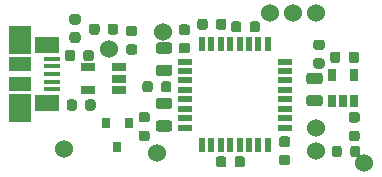
<source format=gbr>
%TF.GenerationSoftware,KiCad,Pcbnew,5.1.9+dfsg1-1*%
%TF.CreationDate,2022-10-17T14:31:48+03:00*%
%TF.ProjectId,SC-STM32L412K8,53432d53-544d-4333-924c-3431324b382e,rev?*%
%TF.SameCoordinates,Original*%
%TF.FileFunction,Soldermask,Top*%
%TF.FilePolarity,Negative*%
%FSLAX46Y46*%
G04 Gerber Fmt 4.6, Leading zero omitted, Abs format (unit mm)*
G04 Created by KiCad (PCBNEW 5.1.9+dfsg1-1) date 2022-10-17 14:31:48*
%MOMM*%
%LPD*%
G01*
G04 APERTURE LIST*
%ADD10C,1.524000*%
%ADD11R,0.800000X0.900000*%
%ADD12R,0.650000X1.060000*%
%ADD13R,1.220000X0.650000*%
%ADD14R,1.900000X1.175000*%
%ADD15R,1.900000X2.375000*%
%ADD16R,2.100000X1.475000*%
%ADD17R,1.380000X0.450000*%
%ADD18R,0.600000X1.200000*%
%ADD19R,1.200000X0.600000*%
G04 APERTURE END LIST*
%TO.C,C17*%
G36*
G01*
X42665460Y-55725000D02*
X42165460Y-55725000D01*
G75*
G02*
X41940460Y-55500000I0J225000D01*
G01*
X41940460Y-55050000D01*
G75*
G02*
X42165460Y-54825000I225000J0D01*
G01*
X42665460Y-54825000D01*
G75*
G02*
X42890460Y-55050000I0J-225000D01*
G01*
X42890460Y-55500000D01*
G75*
G02*
X42665460Y-55725000I-225000J0D01*
G01*
G37*
G36*
G01*
X42665460Y-57275000D02*
X42165460Y-57275000D01*
G75*
G02*
X41940460Y-57050000I0J225000D01*
G01*
X41940460Y-56600000D01*
G75*
G02*
X42165460Y-56375000I225000J0D01*
G01*
X42665460Y-56375000D01*
G75*
G02*
X42890460Y-56600000I0J-225000D01*
G01*
X42890460Y-57050000D01*
G75*
G02*
X42665460Y-57275000I-225000J0D01*
G01*
G37*
%TD*%
%TO.C,C16*%
G36*
G01*
X50650000Y-65850000D02*
X51150000Y-65850000D01*
G75*
G02*
X51375000Y-66075000I0J-225000D01*
G01*
X51375000Y-66525000D01*
G75*
G02*
X51150000Y-66750000I-225000J0D01*
G01*
X50650000Y-66750000D01*
G75*
G02*
X50425000Y-66525000I0J225000D01*
G01*
X50425000Y-66075000D01*
G75*
G02*
X50650000Y-65850000I225000J0D01*
G01*
G37*
G36*
G01*
X50650000Y-64300000D02*
X51150000Y-64300000D01*
G75*
G02*
X51375000Y-64525000I0J-225000D01*
G01*
X51375000Y-64975000D01*
G75*
G02*
X51150000Y-65200000I-225000J0D01*
G01*
X50650000Y-65200000D01*
G75*
G02*
X50425000Y-64975000I0J225000D01*
G01*
X50425000Y-64525000D01*
G75*
G02*
X50650000Y-64300000I225000J0D01*
G01*
G37*
%TD*%
%TO.C,C4*%
G36*
G01*
X32907160Y-55483640D02*
X33407160Y-55483640D01*
G75*
G02*
X33632160Y-55708640I0J-225000D01*
G01*
X33632160Y-56158640D01*
G75*
G02*
X33407160Y-56383640I-225000J0D01*
G01*
X32907160Y-56383640D01*
G75*
G02*
X32682160Y-56158640I0J225000D01*
G01*
X32682160Y-55708640D01*
G75*
G02*
X32907160Y-55483640I225000J0D01*
G01*
G37*
G36*
G01*
X32907160Y-53933640D02*
X33407160Y-53933640D01*
G75*
G02*
X33632160Y-54158640I0J-225000D01*
G01*
X33632160Y-54608640D01*
G75*
G02*
X33407160Y-54833640I-225000J0D01*
G01*
X32907160Y-54833640D01*
G75*
G02*
X32682160Y-54608640I0J225000D01*
G01*
X32682160Y-54158640D01*
G75*
G02*
X32907160Y-53933640I225000J0D01*
G01*
G37*
%TD*%
%TO.C,D7*%
G36*
G01*
X45092100Y-55061830D02*
X45092100Y-54549330D01*
G75*
G02*
X45310850Y-54330580I218750J0D01*
G01*
X45748350Y-54330580D01*
G75*
G02*
X45967100Y-54549330I0J-218750D01*
G01*
X45967100Y-55061830D01*
G75*
G02*
X45748350Y-55280580I-218750J0D01*
G01*
X45310850Y-55280580D01*
G75*
G02*
X45092100Y-55061830I0J218750D01*
G01*
G37*
G36*
G01*
X43517100Y-55061830D02*
X43517100Y-54549330D01*
G75*
G02*
X43735850Y-54330580I218750J0D01*
G01*
X44173350Y-54330580D01*
G75*
G02*
X44392100Y-54549330I0J-218750D01*
G01*
X44392100Y-55061830D01*
G75*
G02*
X44173350Y-55280580I-218750J0D01*
G01*
X43735850Y-55280580D01*
G75*
G02*
X43517100Y-55061830I0J218750D01*
G01*
G37*
%TD*%
%TO.C,D1*%
G36*
G01*
X38208930Y-55814480D02*
X37696430Y-55814480D01*
G75*
G02*
X37477680Y-55595730I0J218750D01*
G01*
X37477680Y-55158230D01*
G75*
G02*
X37696430Y-54939480I218750J0D01*
G01*
X38208930Y-54939480D01*
G75*
G02*
X38427680Y-55158230I0J-218750D01*
G01*
X38427680Y-55595730D01*
G75*
G02*
X38208930Y-55814480I-218750J0D01*
G01*
G37*
G36*
G01*
X38208930Y-57389480D02*
X37696430Y-57389480D01*
G75*
G02*
X37477680Y-57170730I0J218750D01*
G01*
X37477680Y-56733230D01*
G75*
G02*
X37696430Y-56514480I218750J0D01*
G01*
X38208930Y-56514480D01*
G75*
G02*
X38427680Y-56733230I0J-218750D01*
G01*
X38427680Y-57170730D01*
G75*
G02*
X38208930Y-57389480I-218750J0D01*
G01*
G37*
%TD*%
D10*
%TO.C,J15*%
X40132000Y-65699640D03*
%TD*%
%TO.C,J14*%
X32222440Y-65338960D03*
%TD*%
D11*
%TO.C,Q1*%
X36753800Y-65160400D03*
X35803800Y-63160400D03*
X37703800Y-63160400D03*
%TD*%
%TO.C,R20*%
G36*
G01*
X46664360Y-66712810D02*
X46664360Y-66200310D01*
G75*
G02*
X46883110Y-65981560I218750J0D01*
G01*
X47320610Y-65981560D01*
G75*
G02*
X47539360Y-66200310I0J-218750D01*
G01*
X47539360Y-66712810D01*
G75*
G02*
X47320610Y-66931560I-218750J0D01*
G01*
X46883110Y-66931560D01*
G75*
G02*
X46664360Y-66712810I0J218750D01*
G01*
G37*
G36*
G01*
X45089360Y-66712810D02*
X45089360Y-66200310D01*
G75*
G02*
X45308110Y-65981560I218750J0D01*
G01*
X45745610Y-65981560D01*
G75*
G02*
X45964360Y-66200310I0J-218750D01*
G01*
X45964360Y-66712810D01*
G75*
G02*
X45745610Y-66931560I-218750J0D01*
G01*
X45308110Y-66931560D01*
G75*
G02*
X45089360Y-66712810I0J218750D01*
G01*
G37*
%TD*%
D10*
%TO.C,J12*%
X40589200Y-55473600D03*
%TD*%
%TO.C,R16*%
G36*
G01*
X39270650Y-63124600D02*
X38758150Y-63124600D01*
G75*
G02*
X38539400Y-62905850I0J218750D01*
G01*
X38539400Y-62468350D01*
G75*
G02*
X38758150Y-62249600I218750J0D01*
G01*
X39270650Y-62249600D01*
G75*
G02*
X39489400Y-62468350I0J-218750D01*
G01*
X39489400Y-62905850D01*
G75*
G02*
X39270650Y-63124600I-218750J0D01*
G01*
G37*
G36*
G01*
X39270650Y-64699600D02*
X38758150Y-64699600D01*
G75*
G02*
X38539400Y-64480850I0J218750D01*
G01*
X38539400Y-64043350D01*
G75*
G02*
X38758150Y-63824600I218750J0D01*
G01*
X39270650Y-63824600D01*
G75*
G02*
X39489400Y-64043350I0J-218750D01*
G01*
X39489400Y-64480850D01*
G75*
G02*
X39270650Y-64699600I-218750J0D01*
G01*
G37*
%TD*%
D12*
%TO.C,U4*%
X54881740Y-59070060D03*
X56781740Y-59070060D03*
X56781740Y-61270060D03*
X55831740Y-61270060D03*
X54881740Y-61270060D03*
%TD*%
%TO.C,R14*%
G36*
G01*
X47941980Y-55285350D02*
X47941980Y-54772850D01*
G75*
G02*
X48160730Y-54554100I218750J0D01*
G01*
X48598230Y-54554100D01*
G75*
G02*
X48816980Y-54772850I0J-218750D01*
G01*
X48816980Y-55285350D01*
G75*
G02*
X48598230Y-55504100I-218750J0D01*
G01*
X48160730Y-55504100D01*
G75*
G02*
X47941980Y-55285350I0J218750D01*
G01*
G37*
G36*
G01*
X46366980Y-55285350D02*
X46366980Y-54772850D01*
G75*
G02*
X46585730Y-54554100I218750J0D01*
G01*
X47023230Y-54554100D01*
G75*
G02*
X47241980Y-54772850I0J-218750D01*
G01*
X47241980Y-55285350D01*
G75*
G02*
X47023230Y-55504100I-218750J0D01*
G01*
X46585730Y-55504100D01*
G75*
G02*
X46366980Y-55285350I0J218750D01*
G01*
G37*
%TD*%
D10*
%TO.C,J9*%
X49659540Y-53835300D03*
%TD*%
%TO.C,J8*%
X57591960Y-66583560D03*
%TD*%
%TO.C,J7*%
X36007040Y-56911240D03*
%TD*%
D13*
%TO.C,U3*%
X34239840Y-60350440D03*
X34239840Y-58450440D03*
X36859840Y-58450440D03*
X36859840Y-59400440D03*
X36859840Y-60350440D03*
%TD*%
%TO.C,R9*%
G36*
G01*
X56538150Y-63829680D02*
X57050650Y-63829680D01*
G75*
G02*
X57269400Y-64048430I0J-218750D01*
G01*
X57269400Y-64485930D01*
G75*
G02*
X57050650Y-64704680I-218750J0D01*
G01*
X56538150Y-64704680D01*
G75*
G02*
X56319400Y-64485930I0J218750D01*
G01*
X56319400Y-64048430D01*
G75*
G02*
X56538150Y-63829680I218750J0D01*
G01*
G37*
G36*
G01*
X56538150Y-62254680D02*
X57050650Y-62254680D01*
G75*
G02*
X57269400Y-62473430I0J-218750D01*
G01*
X57269400Y-62910930D01*
G75*
G02*
X57050650Y-63129680I-218750J0D01*
G01*
X56538150Y-63129680D01*
G75*
G02*
X56319400Y-62910930I0J218750D01*
G01*
X56319400Y-62473430D01*
G75*
G02*
X56538150Y-62254680I218750J0D01*
G01*
G37*
%TD*%
%TO.C,R8*%
G36*
G01*
X55626520Y-57356030D02*
X55626520Y-57868530D01*
G75*
G02*
X55407770Y-58087280I-218750J0D01*
G01*
X54970270Y-58087280D01*
G75*
G02*
X54751520Y-57868530I0J218750D01*
G01*
X54751520Y-57356030D01*
G75*
G02*
X54970270Y-57137280I218750J0D01*
G01*
X55407770Y-57137280D01*
G75*
G02*
X55626520Y-57356030I0J-218750D01*
G01*
G37*
G36*
G01*
X57201520Y-57356030D02*
X57201520Y-57868530D01*
G75*
G02*
X56982770Y-58087280I-218750J0D01*
G01*
X56545270Y-58087280D01*
G75*
G02*
X56326520Y-57868530I0J218750D01*
G01*
X56326520Y-57356030D01*
G75*
G02*
X56545270Y-57137280I218750J0D01*
G01*
X56982770Y-57137280D01*
G75*
G02*
X57201520Y-57356030I0J-218750D01*
G01*
G37*
%TD*%
%TO.C,R7*%
G36*
G01*
X54066150Y-56990500D02*
X53553650Y-56990500D01*
G75*
G02*
X53334900Y-56771750I0J218750D01*
G01*
X53334900Y-56334250D01*
G75*
G02*
X53553650Y-56115500I218750J0D01*
G01*
X54066150Y-56115500D01*
G75*
G02*
X54284900Y-56334250I0J-218750D01*
G01*
X54284900Y-56771750D01*
G75*
G02*
X54066150Y-56990500I-218750J0D01*
G01*
G37*
G36*
G01*
X54066150Y-58565500D02*
X53553650Y-58565500D01*
G75*
G02*
X53334900Y-58346750I0J218750D01*
G01*
X53334900Y-57909250D01*
G75*
G02*
X53553650Y-57690500I218750J0D01*
G01*
X54066150Y-57690500D01*
G75*
G02*
X54284900Y-57909250I0J-218750D01*
G01*
X54284900Y-58346750D01*
G75*
G02*
X54066150Y-58565500I-218750J0D01*
G01*
G37*
%TD*%
%TO.C,R6*%
G36*
G01*
X33172920Y-57203630D02*
X33172920Y-57716130D01*
G75*
G02*
X32954170Y-57934880I-218750J0D01*
G01*
X32516670Y-57934880D01*
G75*
G02*
X32297920Y-57716130I0J218750D01*
G01*
X32297920Y-57203630D01*
G75*
G02*
X32516670Y-56984880I218750J0D01*
G01*
X32954170Y-56984880D01*
G75*
G02*
X33172920Y-57203630I0J-218750D01*
G01*
G37*
G36*
G01*
X34747920Y-57203630D02*
X34747920Y-57716130D01*
G75*
G02*
X34529170Y-57934880I-218750J0D01*
G01*
X34091670Y-57934880D01*
G75*
G02*
X33872920Y-57716130I0J218750D01*
G01*
X33872920Y-57203630D01*
G75*
G02*
X34091670Y-56984880I218750J0D01*
G01*
X34529170Y-56984880D01*
G75*
G02*
X34747920Y-57203630I0J-218750D01*
G01*
G37*
%TD*%
%TO.C,R4*%
G36*
G01*
X35935400Y-55475850D02*
X35935400Y-54963350D01*
G75*
G02*
X36154150Y-54744600I218750J0D01*
G01*
X36591650Y-54744600D01*
G75*
G02*
X36810400Y-54963350I0J-218750D01*
G01*
X36810400Y-55475850D01*
G75*
G02*
X36591650Y-55694600I-218750J0D01*
G01*
X36154150Y-55694600D01*
G75*
G02*
X35935400Y-55475850I0J218750D01*
G01*
G37*
G36*
G01*
X34360400Y-55475850D02*
X34360400Y-54963350D01*
G75*
G02*
X34579150Y-54744600I218750J0D01*
G01*
X35016650Y-54744600D01*
G75*
G02*
X35235400Y-54963350I0J-218750D01*
G01*
X35235400Y-55475850D01*
G75*
G02*
X35016650Y-55694600I-218750J0D01*
G01*
X34579150Y-55694600D01*
G75*
G02*
X34360400Y-55475850I0J218750D01*
G01*
G37*
%TD*%
%TO.C,R2*%
G36*
G01*
X55753520Y-65326550D02*
X55753520Y-65839050D01*
G75*
G02*
X55534770Y-66057800I-218750J0D01*
G01*
X55097270Y-66057800D01*
G75*
G02*
X54878520Y-65839050I0J218750D01*
G01*
X54878520Y-65326550D01*
G75*
G02*
X55097270Y-65107800I218750J0D01*
G01*
X55534770Y-65107800D01*
G75*
G02*
X55753520Y-65326550I0J-218750D01*
G01*
G37*
G36*
G01*
X57328520Y-65326550D02*
X57328520Y-65839050D01*
G75*
G02*
X57109770Y-66057800I-218750J0D01*
G01*
X56672270Y-66057800D01*
G75*
G02*
X56453520Y-65839050I0J218750D01*
G01*
X56453520Y-65326550D01*
G75*
G02*
X56672270Y-65107800I218750J0D01*
G01*
X57109770Y-65107800D01*
G75*
G02*
X57328520Y-65326550I0J-218750D01*
G01*
G37*
%TD*%
%TO.C,R1*%
G36*
G01*
X33320240Y-61394630D02*
X33320240Y-61907130D01*
G75*
G02*
X33101490Y-62125880I-218750J0D01*
G01*
X32663990Y-62125880D01*
G75*
G02*
X32445240Y-61907130I0J218750D01*
G01*
X32445240Y-61394630D01*
G75*
G02*
X32663990Y-61175880I218750J0D01*
G01*
X33101490Y-61175880D01*
G75*
G02*
X33320240Y-61394630I0J-218750D01*
G01*
G37*
G36*
G01*
X34895240Y-61394630D02*
X34895240Y-61907130D01*
G75*
G02*
X34676490Y-62125880I-218750J0D01*
G01*
X34238990Y-62125880D01*
G75*
G02*
X34020240Y-61907130I0J218750D01*
G01*
X34020240Y-61394630D01*
G75*
G02*
X34238990Y-61175880I218750J0D01*
G01*
X34676490Y-61175880D01*
G75*
G02*
X34895240Y-61394630I0J-218750D01*
G01*
G37*
%TD*%
%TO.C,L4*%
G36*
G01*
X40242170Y-58217220D02*
X41154670Y-58217220D01*
G75*
G02*
X41398420Y-58460970I0J-243750D01*
G01*
X41398420Y-58948470D01*
G75*
G02*
X41154670Y-59192220I-243750J0D01*
G01*
X40242170Y-59192220D01*
G75*
G02*
X39998420Y-58948470I0J243750D01*
G01*
X39998420Y-58460970D01*
G75*
G02*
X40242170Y-58217220I243750J0D01*
G01*
G37*
G36*
G01*
X40242170Y-56342220D02*
X41154670Y-56342220D01*
G75*
G02*
X41398420Y-56585970I0J-243750D01*
G01*
X41398420Y-57073470D01*
G75*
G02*
X41154670Y-57317220I-243750J0D01*
G01*
X40242170Y-57317220D01*
G75*
G02*
X39998420Y-57073470I0J243750D01*
G01*
X39998420Y-56585970D01*
G75*
G02*
X40242170Y-56342220I243750J0D01*
G01*
G37*
%TD*%
D10*
%TO.C,J6*%
X51603910Y-53835300D03*
%TD*%
%TO.C,J5*%
X53548280Y-53835300D03*
%TD*%
%TO.C,J4*%
X53558440Y-63566040D03*
%TD*%
%TO.C,J3*%
X53558440Y-65506600D03*
%TD*%
D14*
%TO.C,J1*%
X28526740Y-59867900D03*
X28526740Y-58187900D03*
D15*
X28526740Y-61937900D03*
X28526740Y-56117900D03*
D16*
X30826740Y-61490400D03*
X30826740Y-56565400D03*
D17*
X31186740Y-60327900D03*
X31186740Y-59677900D03*
X31186740Y-59027900D03*
X31186740Y-58377900D03*
X31186740Y-57727900D03*
%TD*%
D18*
%TO.C,D6*%
X43892820Y-56514420D03*
X44692820Y-56514420D03*
X45492820Y-56514420D03*
X46292820Y-56514420D03*
X47092820Y-56514420D03*
X47892820Y-56514420D03*
X48692820Y-56514420D03*
X49492820Y-56514420D03*
D19*
X50942820Y-57964420D03*
X50942820Y-58764420D03*
X50942820Y-59564420D03*
X50942820Y-60364420D03*
X50942820Y-61164420D03*
X50942820Y-61964420D03*
X50942820Y-62764420D03*
X50942820Y-63564420D03*
D18*
X49492820Y-65014420D03*
X48692820Y-65014420D03*
X47892820Y-65014420D03*
X47092820Y-65014420D03*
X46292820Y-65014420D03*
X45492820Y-65014420D03*
X44692820Y-65014420D03*
X43892820Y-65014420D03*
D19*
X42442820Y-63564420D03*
X42442820Y-62764420D03*
X42442820Y-61964420D03*
X42442820Y-61164420D03*
X42442820Y-60364420D03*
X42442820Y-59564420D03*
X42442820Y-58764420D03*
X42442820Y-57964420D03*
%TD*%
%TO.C,C20*%
G36*
G01*
X40438820Y-60365350D02*
X40438820Y-59852850D01*
G75*
G02*
X40657570Y-59634100I218750J0D01*
G01*
X41095070Y-59634100D01*
G75*
G02*
X41313820Y-59852850I0J-218750D01*
G01*
X41313820Y-60365350D01*
G75*
G02*
X41095070Y-60584100I-218750J0D01*
G01*
X40657570Y-60584100D01*
G75*
G02*
X40438820Y-60365350I0J218750D01*
G01*
G37*
G36*
G01*
X38863820Y-60365350D02*
X38863820Y-59852850D01*
G75*
G02*
X39082570Y-59634100I218750J0D01*
G01*
X39520070Y-59634100D01*
G75*
G02*
X39738820Y-59852850I0J-218750D01*
G01*
X39738820Y-60365350D01*
G75*
G02*
X39520070Y-60584100I-218750J0D01*
G01*
X39082570Y-60584100D01*
G75*
G02*
X38863820Y-60365350I0J218750D01*
G01*
G37*
%TD*%
%TO.C,C18*%
G36*
G01*
X41149590Y-62021300D02*
X40237090Y-62021300D01*
G75*
G02*
X39993340Y-61777550I0J243750D01*
G01*
X39993340Y-61290050D01*
G75*
G02*
X40237090Y-61046300I243750J0D01*
G01*
X41149590Y-61046300D01*
G75*
G02*
X41393340Y-61290050I0J-243750D01*
G01*
X41393340Y-61777550D01*
G75*
G02*
X41149590Y-62021300I-243750J0D01*
G01*
G37*
G36*
G01*
X41149590Y-63896300D02*
X40237090Y-63896300D01*
G75*
G02*
X39993340Y-63652550I0J243750D01*
G01*
X39993340Y-63165050D01*
G75*
G02*
X40237090Y-62921300I243750J0D01*
G01*
X41149590Y-62921300D01*
G75*
G02*
X41393340Y-63165050I0J-243750D01*
G01*
X41393340Y-63652550D01*
G75*
G02*
X41149590Y-63896300I-243750J0D01*
G01*
G37*
%TD*%
%TO.C,C12*%
G36*
G01*
X52982810Y-60792780D02*
X53895310Y-60792780D01*
G75*
G02*
X54139060Y-61036530I0J-243750D01*
G01*
X54139060Y-61524030D01*
G75*
G02*
X53895310Y-61767780I-243750J0D01*
G01*
X52982810Y-61767780D01*
G75*
G02*
X52739060Y-61524030I0J243750D01*
G01*
X52739060Y-61036530D01*
G75*
G02*
X52982810Y-60792780I243750J0D01*
G01*
G37*
G36*
G01*
X52982810Y-58917780D02*
X53895310Y-58917780D01*
G75*
G02*
X54139060Y-59161530I0J-243750D01*
G01*
X54139060Y-59649030D01*
G75*
G02*
X53895310Y-59892780I-243750J0D01*
G01*
X52982810Y-59892780D01*
G75*
G02*
X52739060Y-59649030I0J243750D01*
G01*
X52739060Y-59161530D01*
G75*
G02*
X52982810Y-58917780I243750J0D01*
G01*
G37*
%TD*%
M02*

</source>
